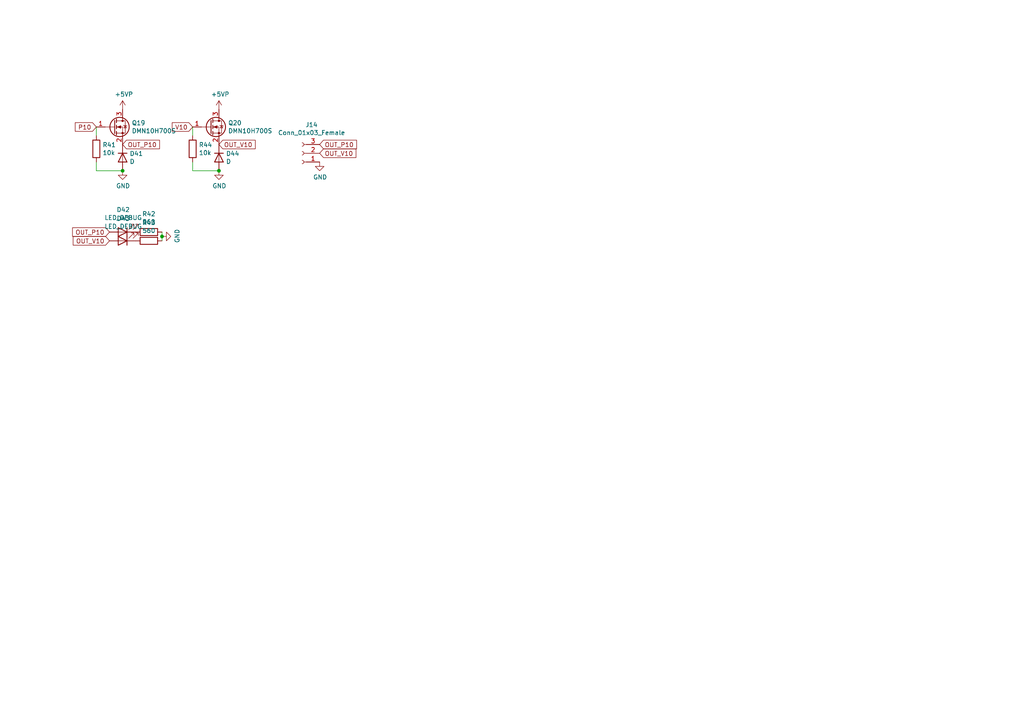
<source format=kicad_sch>
(kicad_sch (version 20211123) (generator eeschema)
  (paper "A4")
  (lib_symbols
    (symbol "Connector:Conn_01x03_Female" (pin_names (offset 1.016) hide)
      (property "Reference" "J" (at 0 5.08 0))
      (property "Value" "Conn_01x03_Female" (at 0 -5.08 0))
      (symbol "Conn_01x03_Female_1_1"
        (arc (start 0 -2.032) (mid -0.508 -2.54) (end 0 -3.048) (stroke (width 0.1524)))
        (polyline (pts (xy -1.27 -2.54) (xy -0.508 -2.54)) (stroke (width 0.1524)))
        (polyline (pts (xy -1.27 0) (xy -0.508 0)) (stroke (width 0.1524)))
        (polyline (pts (xy -1.27 2.54) (xy -0.508 2.54)) (stroke (width 0.1524)))
        (arc (start 0 0.508) (mid -0.508 0) (end 0 -0.508) (stroke (width 0.1524)))
        (arc (start 0 3.048) (mid -0.508 2.54) (end 0 2.032) (stroke (width 0.1524)))
        (pin passive line (at -5.08 2.54 0) (length 3.81) (name "Pin_1") (number "1"))
        (pin passive line (at -5.08 0 0) (length 3.81) (name "Pin_2") (number "2"))
        (pin passive line (at -5.08 -2.54 0) (length 3.81) (name "Pin_3") (number "3"))
      )
    )
    (symbol "Device:D" (pin_numbers hide) (pin_names (offset 1.016) hide)
      (property "Reference" "D" (at 0 2.54 0))
      (property "Value" "D" (at 0 -2.54 0))
      (symbol "D_0_1"
        (polyline (pts (xy -1.27 1.27) (xy -1.27 -1.27)) (stroke (width 0.254)))
        (polyline (pts (xy 1.27 0) (xy -1.27 0)))
        (polyline (pts (xy 1.27 1.27) (xy 1.27 -1.27) (xy -1.27 0) (xy 1.27 1.27)) (stroke (width 0.254)))
      )
      (symbol "D_1_1"
        (pin passive line (at -3.81 0 0) (length 2.54) (name "K") (number "1"))
        (pin passive line (at 3.81 0 180) (length 2.54) (name "A") (number "2"))
      )
    )
    (symbol "Device:LED" (pin_numbers hide) (pin_names (offset 1.016) hide)
      (property "Reference" "D" (at 0 2.54 0))
      (property "Value" "LED" (at 0 -2.54 0))
      (symbol "LED_0_1"
        (polyline (pts (xy -1.27 -1.27) (xy -1.27 1.27)) (stroke (width 0.254)))
        (polyline (pts (xy -1.27 0) (xy 1.27 0)))
        (polyline (pts (xy 1.27 -1.27) (xy 1.27 1.27) (xy -1.27 0) (xy 1.27 -1.27)) (stroke (width 0.254)))
        (polyline (pts (xy -3.048 -0.762) (xy -4.572 -2.286) (xy -3.81 -2.286) (xy -4.572 -2.286) (xy -4.572 -1.524)))
        (polyline (pts (xy -1.778 -0.762) (xy -3.302 -2.286) (xy -2.54 -2.286) (xy -3.302 -2.286) (xy -3.302 -1.524)))
      )
      (symbol "LED_1_1"
        (pin passive line (at -3.81 0 0) (length 2.54) (name "K") (number "1"))
        (pin passive line (at 3.81 0 180) (length 2.54) (name "A") (number "2"))
      )
    )
    (symbol "Device:R" (pin_numbers hide) (pin_names (offset 0))
      (property "Reference" "R" (at 2.032 0 90))
      (property "Value" "R" (at 0 0 90))
      (symbol "R_0_1"
        (rectangle (start -1.016 -2.54) (end 1.016 2.54) (stroke (width 0.254)))
      )
      (symbol "R_1_1"
        (pin passive line (at 0 3.81 270) (length 1.27) (name "~") (number "1"))
        (pin passive line (at 0 -3.81 90) (length 1.27) (name "~") (number "2"))
      )
    )
    (symbol "Transistor_FET:DMN10H700S" (pin_names hide)
      (property "Reference" "Q" (at 5.08 1.905 0))
      (property "Value" "DMN10H700S" (at 5.08 0 0))
      (symbol "DMN10H700S_0_1"
        (polyline (pts (xy 0.254 0) (xy -2.54 0)))
        (polyline (pts (xy 0.254 1.905) (xy 0.254 -1.905)) (stroke (width 0.254)))
        (polyline (pts (xy 0.762 -1.27) (xy 0.762 -2.286)) (stroke (width 0.254)))
        (polyline (pts (xy 0.762 0.508) (xy 0.762 -0.508)) (stroke (width 0.254)))
        (polyline (pts (xy 0.762 2.286) (xy 0.762 1.27)) (stroke (width 0.254)))
        (polyline (pts (xy 2.54 2.54) (xy 2.54 1.778)))
        (polyline (pts (xy 2.54 -2.54) (xy 2.54 0) (xy 0.762 0)))
        (polyline (pts (xy 0.762 -1.778) (xy 3.302 -1.778) (xy 3.302 1.778) (xy 0.762 1.778)))
        (polyline (pts (xy 1.016 0) (xy 2.032 0.381) (xy 2.032 -0.381) (xy 1.016 0)) (fill (type outline)))
        (polyline (pts (xy 2.794 0.508) (xy 2.921 0.381) (xy 3.683 0.381) (xy 3.81 0.254)))
        (polyline (pts (xy 3.302 0.381) (xy 2.921 -0.254) (xy 3.683 -0.254) (xy 3.302 0.381)))
        (circle (center 1.651 0) (radius 2.794) (stroke (width 0.254)))
        (circle (center 2.54 -1.778) (radius 0.254) (fill (type outline)))
        (circle (center 2.54 1.778) (radius 0.254) (fill (type outline)))
      )
      (symbol "DMN10H700S_1_1"
        (pin input line (at -5.08 0 0) (length 2.54) (name "G") (number "1"))
        (pin passive line (at 2.54 -5.08 90) (length 2.54) (name "S") (number "2"))
        (pin passive line (at 2.54 5.08 270) (length 2.54) (name "D") (number "3"))
      )
    )
    (symbol "power:+5VP" (power) (pin_names (offset 0))
      (property "Value" "+5VP" (at 0 3.556 0))
      (symbol "+5VP_0_1"
        (polyline (pts (xy -0.762 1.27) (xy 0 2.54)))
        (polyline (pts (xy 0 0) (xy 0 2.54)))
        (polyline (pts (xy 0 2.54) (xy 0.762 1.27)))
      )
      (symbol "+5VP_1_1"
        (pin power_in line (at 0 0 90) (length 0) hide (name "+5VP") (number "1"))
      )
    )
    (symbol "power:GND" (power) (pin_names (offset 0))
      (property "Value" "GND" (at 0 -3.81 0))
      (symbol "GND_0_1"
        (polyline (pts (xy 0 0) (xy 0 -1.27) (xy 1.27 -1.27) (xy 0 -2.54) (xy -1.27 -1.27) (xy 0 -1.27)))
      )
      (symbol "GND_1_1"
        (pin power_in line (at 0 0 270) (length 0) hide (name "GND") (number "1"))
      )
    )
  )
  (junction (at 35.56 49.53))
  (junction (at 63.5 49.53))
  (junction (at 46.99 68.58))
  (wire (pts (xy 27.94 49.53) (xy 35.56 49.53)))
  (wire (pts (xy 55.88 39.37) (xy 55.88 36.83)))
  (wire (pts (xy 27.94 39.37) (xy 27.94 36.83)))
  (wire (pts (xy 46.99 68.58) (xy 46.99 69.85)))
  (wire (pts (xy 55.88 46.99) (xy 55.88 49.53)))
  (wire (pts (xy 27.94 46.99) (xy 27.94 49.53)))
  (wire (pts (xy 46.99 67.31) (xy 46.99 68.58)))
  (wire (pts (xy 55.88 49.53) (xy 63.5 49.53)))
  (global_label "V10" (shape input) (at 55.88 36.83 180) (property "Intersheet References" "${INTERSHEET_REFS}" (effects hide)))
  (global_label "OUT_V10" (shape input) (at 31.75 69.85 180) (property "Intersheet References" "${INTERSHEET_REFS}" (effects hide)))
  (global_label "P10" (shape input) (at 27.94 36.83 180) (property "Intersheet References" "${INTERSHEET_REFS}" (effects hide)))
  (global_label "OUT_P10" (shape input) (at 92.71 41.91 0) (property "Intersheet References" "${INTERSHEET_REFS}" (effects hide)))
  (global_label "OUT_P10" (shape input) (at 35.56 41.91 0) (property "Intersheet References" "${INTERSHEET_REFS}" (effects hide)))
  (global_label "OUT_P10" (shape input) (at 31.75 67.31 180) (property "Intersheet References" "${INTERSHEET_REFS}" (effects hide)))
  (global_label "OUT_V10" (shape input) (at 92.71 44.45 0) (property "Intersheet References" "${INTERSHEET_REFS}" (effects hide)))
  (global_label "OUT_V10" (shape input) (at 63.5 41.91 0) (property "Intersheet References" "${INTERSHEET_REFS}" (effects hide)))
  (symbol (lib_id "Device:D") (at 35.56 45.72 270)
    (property "Reference" "D41" (at 37.592 44.5516 90) (effects (justify left)))
    (property "Value" "D" (at 37.592 46.863 90) (effects (justify left)))
    (property "Footprint" "Diode_SMD:D_SOD-123" (effects hide))
  )
  (symbol (lib_id "power:+5VP") (at 63.5 31.75 0)
    (property "Reference" "#PWR086" (effects hide))
    (property "Value" "+5VP" (at 63.881 27.3558 0))
  )
  (symbol (lib_id "Device:D") (at 63.5 45.72 270)
    (property "Reference" "D44" (at 65.532 44.5516 90) (effects (justify left)))
    (property "Value" "D" (at 65.532 46.863 90) (effects (justify left)))
    (property "Footprint" "Diode_SMD:D_SOD-123" (effects hide))
  )
  (symbol (lib_id "Connector:Conn_01x03_Female") (at 87.63 44.45 180)
    (property "Reference" "J14" (at 90.3732 36.195 0))
    (property "Value" "Conn_01x03_Female" (at 90.3732 38.5064 0))
    (property "Footprint" "AREA_lib_Connector:Wuerth_2.54mm_3pins_61900311121" (effects hide))
  )
  (symbol (lib_id "power:GND") (at 63.5 49.53 0)
    (property "Reference" "#PWR087" (effects hide))
    (property "Value" "GND" (at 63.627 53.9242 0))
  )
  (symbol (lib_id "Device:R") (at 43.18 69.85 270)
    (property "Reference" "R43" (at 43.18 64.5922 90))
    (property "Value" "560" (at 43.18 66.9036 90))
    (property "Footprint" "Resistor_SMD:R_0805_2012Metric_Pad1.20x1.40mm_HandSolder" (effects hide))
  )
  (symbol (lib_id "power:GND") (at 46.99 68.58 90)
    (property "Reference" "#PWR085" (effects hide))
    (property "Value" "GND" (at 51.3842 68.453 0))
  )
  (symbol (lib_id "Device:LED") (at 35.56 69.85 180)
    (property "Reference" "D43" (at 35.7378 63.373 0))
    (property "Value" "LED_DEBUG" (at 35.7378 65.6844 0))
    (property "Footprint" "LED_SMD:LED_0805_2012Metric_Pad1.15x1.40mm_HandSolder" (effects hide))
  )
  (symbol (lib_id "power:GND") (at 92.71 46.99 0)
    (property "Reference" "#PWR088" (effects hide))
    (property "Value" "GND" (at 92.837 51.3842 0))
  )
  (symbol (lib_id "power:+5VP") (at 35.56 31.75 0)
    (property "Reference" "#PWR083" (effects hide))
    (property "Value" "+5VP" (at 35.941 27.3558 0))
  )
  (symbol (lib_id "Transistor_FET:DMN10H700S") (at 33.02 36.83 0)
    (property "Reference" "Q19" (at 38.2016 35.6616 0) (effects (justify left)))
    (property "Value" "DMN10H700S" (at 38.2016 37.973 0) (effects (justify left)))
    (property "Footprint" "Package_TO_SOT_SMD:SOT-23" (effects hide))
    (property "Datasheet" "http://www.diodes.com/assets/Datasheets/DMN10H700S.pdf" (effects hide))
  )
  (symbol (lib_id "Transistor_FET:DMN10H700S") (at 60.96 36.83 0)
    (property "Reference" "Q20" (at 66.1416 35.6616 0) (effects (justify left)))
    (property "Value" "DMN10H700S" (at 66.1416 37.973 0) (effects (justify left)))
    (property "Footprint" "Package_TO_SOT_SMD:SOT-23" (effects hide))
    (property "Datasheet" "http://www.diodes.com/assets/Datasheets/DMN10H700S.pdf" (effects hide))
  )
  (symbol (lib_id "Device:R") (at 43.18 67.31 270)
    (property "Reference" "R42" (at 43.18 62.0522 90))
    (property "Value" "560" (at 43.18 64.3636 90))
    (property "Footprint" "Resistor_SMD:R_0805_2012Metric_Pad1.20x1.40mm_HandSolder" (effects hide))
  )
  (symbol (lib_id "Device:LED") (at 35.56 67.31 180)
    (property "Reference" "D42" (at 35.7378 60.833 0))
    (property "Value" "LED_DEBUG" (at 35.7378 63.1444 0))
    (property "Footprint" "LED_SMD:LED_0805_2012Metric_Pad1.15x1.40mm_HandSolder" (effects hide))
  )
  (symbol (lib_id "Device:R") (at 55.88 43.18 180)
    (property "Reference" "R44" (at 57.658 42.0116 0) (effects (justify right)))
    (property "Value" "10k" (at 57.658 44.323 0) (effects (justify right)))
    (property "Footprint" "Resistor_SMD:R_0805_2012Metric_Pad1.20x1.40mm_HandSolder" (effects hide))
  )
  (symbol (lib_id "power:GND") (at 35.56 49.53 0)
    (property "Reference" "#PWR084" (effects hide))
    (property "Value" "GND" (at 35.687 53.9242 0))
  )
  (symbol (lib_id "Device:R") (at 27.94 43.18 180)
    (property "Reference" "R41" (at 29.718 42.0116 0) (effects (justify right)))
    (property "Value" "10k" (at 29.718 44.323 0) (effects (justify right)))
    (property "Footprint" "Resistor_SMD:R_0805_2012Metric_Pad1.20x1.40mm_HandSolder" (effects hide))
  )
)
</source>
